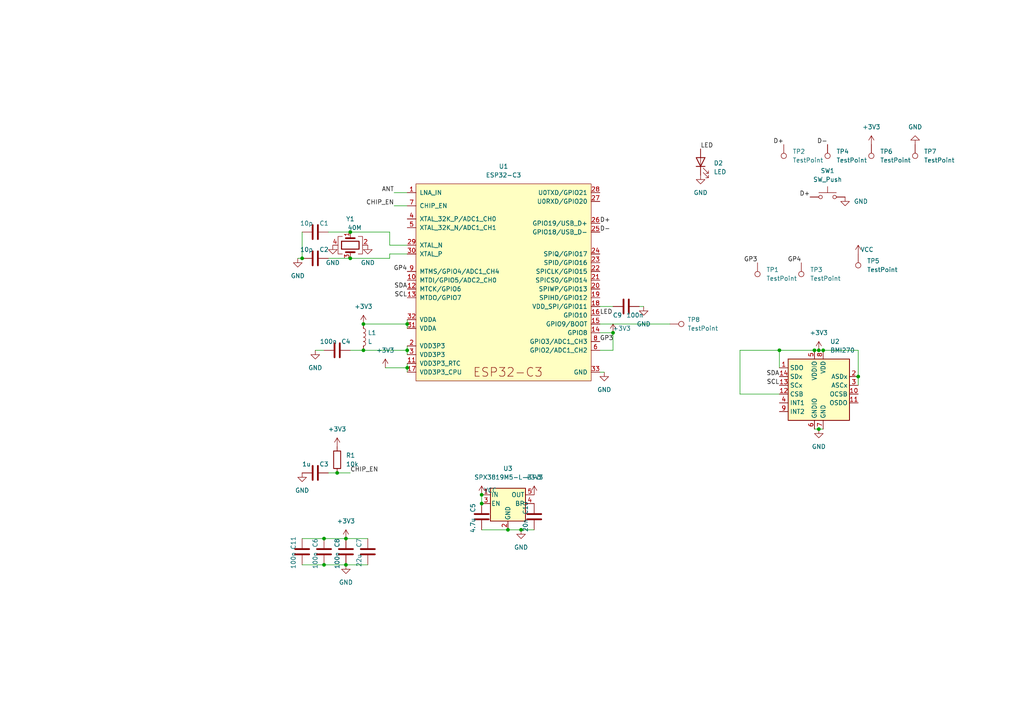
<source format=kicad_sch>
(kicad_sch (version 20211123) (generator eeschema)
  (paper "A4")
  (lib_symbols
    (symbol "Connector:TestPoint" (pin_numbers hide) (pin_names (offset 0.762) hide)
      (property "Reference" "TP" (at 0 6.858 0))
      (property "Value" "TestPoint" (at 0 5.08 0))
      (symbol "TestPoint_0_1"
        (circle (center 0 3.302) (radius 0.762))
      )
      (symbol "TestPoint_1_1"
        (pin passive line (at 0 0 90) (length 2.54) (name "1") (number "1"))
      )
    )
    (symbol "Device:C" (pin_numbers hide) (pin_names (offset 0.254))
      (property "Reference" "C" (at 0.635 2.54 0))
      (property "Value" "C" (at 0.635 -2.54 0))
      (symbol "C_0_1"
        (polyline (pts (xy -2.032 -0.762) (xy 2.032 -0.762)) (stroke (width 0.508)))
        (polyline (pts (xy -2.032 0.762) (xy 2.032 0.762)) (stroke (width 0.508)))
      )
      (symbol "C_1_1"
        (pin passive line (at 0 3.81 270) (length 2.794) (name "~") (number "1"))
        (pin passive line (at 0 -3.81 90) (length 2.794) (name "~") (number "2"))
      )
    )
    (symbol "Device:Crystal_GND24" (pin_names (offset 1.016) hide)
      (property "Reference" "Y" (at 3.175 5.08 0))
      (property "Value" "Crystal_GND24" (at 3.175 3.175 0))
      (symbol "Crystal_GND24_0_1"
        (rectangle (start -1.143 2.54) (end 1.143 -2.54) (stroke (width 0.3048)))
        (polyline (pts (xy -2.54 0) (xy -2.032 0)))
        (polyline (pts (xy -2.032 -1.27) (xy -2.032 1.27)) (stroke (width 0.508)))
        (polyline (pts (xy 0 -3.81) (xy 0 -3.556)))
        (polyline (pts (xy 0 3.556) (xy 0 3.81)))
        (polyline (pts (xy 2.032 -1.27) (xy 2.032 1.27)) (stroke (width 0.508)))
        (polyline (pts (xy 2.032 0) (xy 2.54 0)))
        (polyline (pts (xy -2.54 -2.286) (xy -2.54 -3.556) (xy 2.54 -3.556) (xy 2.54 -2.286)))
        (polyline (pts (xy -2.54 2.286) (xy -2.54 3.556) (xy 2.54 3.556) (xy 2.54 2.286)))
      )
      (symbol "Crystal_GND24_1_1"
        (pin passive line (at -3.81 0 0) (length 1.27) (name "1") (number "1"))
        (pin passive line (at 0 5.08 270) (length 1.27) (name "2") (number "2"))
        (pin passive line (at 3.81 0 180) (length 1.27) (name "3") (number "3"))
        (pin passive line (at 0 -5.08 90) (length 1.27) (name "4") (number "4"))
      )
    )
    (symbol "Device:L" (pin_numbers hide) (pin_names (offset 1.016) hide)
      (property "Reference" "L" (at -1.27 0 90))
      (property "Value" "L" (at 1.905 0 90))
      (symbol "L_0_1"
        (arc (start 0 -2.54) (mid 0.635 -1.905) (end 0 -1.27))
        (arc (start 0 -1.27) (mid 0.635 -0.635) (end 0 0))
        (arc (start 0 0) (mid 0.635 0.635) (end 0 1.27))
        (arc (start 0 1.27) (mid 0.635 1.905) (end 0 2.54))
      )
      (symbol "L_1_1"
        (pin passive line (at 0 3.81 270) (length 1.27) (name "1") (number "1"))
        (pin passive line (at 0 -3.81 90) (length 1.27) (name "2") (number "2"))
      )
    )
    (symbol "Device:LED" (pin_numbers hide) (pin_names (offset 1.016) hide)
      (property "Reference" "D" (at 0 2.54 0))
      (property "Value" "LED" (at 0 -2.54 0))
      (symbol "LED_0_1"
        (polyline (pts (xy -1.27 -1.27) (xy -1.27 1.27)) (stroke (width 0.254)))
        (polyline (pts (xy -1.27 0) (xy 1.27 0)))
        (polyline (pts (xy 1.27 -1.27) (xy 1.27 1.27) (xy -1.27 0) (xy 1.27 -1.27)) (stroke (width 0.254)))
        (polyline (pts (xy -3.048 -0.762) (xy -4.572 -2.286) (xy -3.81 -2.286) (xy -4.572 -2.286) (xy -4.572 -1.524)))
        (polyline (pts (xy -1.778 -0.762) (xy -3.302 -2.286) (xy -2.54 -2.286) (xy -3.302 -2.286) (xy -3.302 -1.524)))
      )
      (symbol "LED_1_1"
        (pin passive line (at -3.81 0 0) (length 2.54) (name "K") (number "1"))
        (pin passive line (at 3.81 0 180) (length 2.54) (name "A") (number "2"))
      )
    )
    (symbol "Device:R" (pin_numbers hide) (pin_names (offset 0))
      (property "Reference" "R" (at 2.032 0 90))
      (property "Value" "R" (at 0 0 90))
      (symbol "R_0_1"
        (rectangle (start -1.016 -2.54) (end 1.016 2.54) (stroke (width 0.254)))
      )
      (symbol "R_1_1"
        (pin passive line (at 0 3.81 270) (length 1.27) (name "~") (number "1"))
        (pin passive line (at 0 -3.81 90) (length 1.27) (name "~") (number "2"))
      )
    )
    (symbol "Regulator_Linear:SPX3819M5-L-3-3" (pin_names (offset 0.254))
      (property "Reference" "U" (at -3.81 5.715 0))
      (property "Value" "SPX3819M5-L-3-3" (at 0 5.715 0))
      (symbol "SPX3819M5-L-3-3_0_1"
        (rectangle (start -5.08 4.445) (end 5.08 -5.08) (stroke (width 0.254)) (fill (type background)))
      )
      (symbol "SPX3819M5-L-3-3_1_1"
        (pin power_in line (at -7.62 2.54 0) (length 2.54) (name "IN") (number "1"))
        (pin power_in line (at 0 -7.62 90) (length 2.54) (name "GND") (number "2"))
        (pin input line (at -7.62 0 0) (length 2.54) (name "EN") (number "3"))
        (pin input line (at 7.62 0 180) (length 2.54) (name "BP") (number "4"))
        (pin power_out line (at 7.62 2.54 180) (length 2.54) (name "OUT") (number "5"))
      )
    )
    (symbol "Sensor_Motion:BMI160"
      (property "Reference" "U" (at -10.16 8.89 0))
      (property "Value" "BMI160" (at 7.62 8.89 0))
      (symbol "BMI160_1_1"
        (rectangle (start -10.16 7.62) (end 7.62 -10.16) (stroke (width 0.254)) (fill (type background)))
        (pin bidirectional line (at -12.7 5.08 0) (length 2.54) (name "SDO") (number "1"))
        (pin bidirectional line (at 10.16 -2.54 180) (length 2.54) (name "OCSB") (number "10"))
        (pin bidirectional line (at 10.16 -5.08 180) (length 2.54) (name "OSDO") (number "11"))
        (pin input line (at -12.7 -2.54 0) (length 2.54) (name "CSB") (number "12"))
        (pin input line (at -12.7 0 0) (length 2.54) (name "SCx") (number "13"))
        (pin bidirectional line (at -12.7 2.54 0) (length 2.54) (name "SDx") (number "14"))
        (pin bidirectional line (at 10.16 2.54 180) (length 2.54) (name "ASDx") (number "2"))
        (pin output line (at 10.16 0 180) (length 2.54) (name "ASCx") (number "3"))
        (pin bidirectional line (at -12.7 -5.08 0) (length 2.54) (name "INT1") (number "4"))
        (pin power_in line (at -2.54 10.16 270) (length 2.54) (name "VDDIO") (number "5"))
        (pin power_in line (at -2.54 -12.7 90) (length 2.54) (name "GNDIO") (number "6"))
        (pin power_in line (at 0 -12.7 90) (length 2.54) (name "GND") (number "7"))
        (pin power_in line (at 0 10.16 270) (length 2.54) (name "VDD") (number "8"))
        (pin bidirectional line (at -12.7 -7.62 0) (length 2.54) (name "INT2") (number "9"))
      )
    )
    (symbol "Switch:SW_Push" (pin_numbers hide) (pin_names (offset 1.016) hide)
      (property "Reference" "SW" (at 1.27 2.54 0))
      (property "Value" "SW_Push" (at 0 -1.524 0))
      (symbol "SW_Push_0_1"
        (circle (center -2.032 0) (radius 0.508))
        (polyline (pts (xy 0 1.27) (xy 0 3.048)))
        (polyline (pts (xy 2.54 1.27) (xy -2.54 1.27)))
        (circle (center 2.032 0) (radius 0.508))
        (pin passive line (at -5.08 0 0) (length 2.54) (name "1") (number "1"))
        (pin passive line (at 5.08 0 180) (length 2.54) (name "2") (number "2"))
      )
    )
    (symbol "espressif:ESP32-C3" (pin_names (offset 1.016))
      (property "Reference" "U" (at 0 31.75 0))
      (property "Value" "ESP32-C3" (at 0 -27.94 0))
      (symbol "ESP32-C3_0_0"
        (text "ESP32-C3" (at 1.27 -24.13 0) (effects (font (size 2.54 2.54))))
        (pin bidirectional line (at -27.94 27.94 0) (length 2.54) (name "LNA_IN") (number "1"))
        (pin bidirectional line (at -27.94 2.54 0) (length 2.54) (name "MTDI/GPIO5/ADC2_CH0") (number "10"))
        (pin power_in line (at -27.94 -21.59 0) (length 2.54) (name "VDD3P3_RTC") (number "11"))
        (pin bidirectional line (at -27.94 0 0) (length 2.54) (name "MTCK/GPIO6") (number "12"))
        (pin bidirectional line (at -27.94 -2.54 0) (length 2.54) (name "MTDO/GPIO7") (number "13"))
        (pin bidirectional line (at 27.94 -12.7 180) (length 2.54) (name "GPIO8") (number "14"))
        (pin bidirectional line (at 27.94 -10.16 180) (length 2.54) (name "GPIO9/BOOT") (number "15"))
        (pin bidirectional line (at 27.94 -7.62 180) (length 2.54) (name "GPIO10") (number "16"))
        (pin power_in line (at -27.94 -24.13 0) (length 2.54) (name "VDD3P3_CPU") (number "17"))
        (pin bidirectional line (at 27.94 -5.08 180) (length 2.54) (name "VDD_SPI/GPIO11") (number "18"))
        (pin bidirectional line (at 27.94 -2.54 180) (length 2.54) (name "SPIHD/GPIO12") (number "19"))
        (pin power_in line (at -27.94 -16.51 0) (length 2.54) (name "VDD3P3") (number "2"))
        (pin bidirectional line (at 27.94 0 180) (length 2.54) (name "SPIWP/GPIO13") (number "20"))
        (pin bidirectional line (at 27.94 2.54 180) (length 2.54) (name "SPICS0/GPIO14") (number "21"))
        (pin bidirectional line (at 27.94 5.08 180) (length 2.54) (name "SPICLK/GPIO15") (number "22"))
        (pin bidirectional line (at 27.94 7.62 180) (length 2.54) (name "SPID/GPIO16") (number "23"))
        (pin bidirectional line (at 27.94 10.16 180) (length 2.54) (name "SPIQ/GPIO17") (number "24"))
        (pin bidirectional line (at 27.94 16.51 180) (length 2.54) (name "GPIO18/USB_D-") (number "25"))
        (pin bidirectional line (at 27.94 19.05 180) (length 2.54) (name "GPIO19/USB_D+") (number "26"))
        (pin bidirectional line (at 27.94 25.4 180) (length 2.54) (name "U0RXD/GPIO20") (number "27"))
        (pin bidirectional line (at 27.94 27.94 180) (length 2.54) (name "U0TXD/GPIO21") (number "28"))
        (pin output line (at -27.94 12.7 0) (length 2.54) (name "XTAL_N") (number "29"))
        (pin power_in line (at -27.94 -19.05 0) (length 2.54) (name "VDD3P3") (number "3"))
        (pin input line (at -27.94 10.16 0) (length 2.54) (name "XTAL_P") (number "30"))
        (pin power_in line (at -27.94 -11.43 0) (length 2.54) (name "VDDA") (number "31"))
        (pin power_in line (at -27.94 -8.89 0) (length 2.54) (name "VDDA") (number "32"))
        (pin power_in line (at 27.94 -24.13 180) (length 2.54) (name "GND") (number "33"))
        (pin output line (at -27.94 20.32 0) (length 2.54) (name "XTAL_32K_P/ADC1_CH0") (number "4"))
        (pin input line (at -27.94 17.78 0) (length 2.54) (name "XTAL_32K_N/ADC1_CH1") (number "5"))
        (pin bidirectional line (at 27.94 -17.78 180) (length 2.54) (name "GPIO2/ADC1_CH2") (number "6"))
        (pin input line (at -27.94 24.13 0) (length 2.54) (name "CHIP_EN") (number "7"))
        (pin bidirectional line (at 27.94 -15.24 180) (length 2.54) (name "GPIO3/ADC1_CH3") (number "8"))
        (pin bidirectional line (at -27.94 5.08 0) (length 2.54) (name "MTMS/GPIO4/ADC1_CH4") (number "9"))
      )
      (symbol "ESP32-C3_0_1"
        (rectangle (start -25.4 30.48) (end 25.4 -26.67) (fill (type background)))
      )
    )
    (symbol "power:+3V3" (power) (pin_names (offset 0))
      (property "Value" "+3V3" (at 0 3.556 0))
      (symbol "+3V3_0_1"
        (polyline (pts (xy -0.762 1.27) (xy 0 2.54)))
        (polyline (pts (xy 0 0) (xy 0 2.54)))
        (polyline (pts (xy 0 2.54) (xy 0.762 1.27)))
      )
      (symbol "+3V3_1_1"
        (pin power_in line (at 0 0 90) (length 0) hide (name "+3V3") (number "1"))
      )
    )
    (symbol "power:GND" (power) (pin_names (offset 0))
      (property "Value" "GND" (at 0 -3.81 0))
      (symbol "GND_0_1"
        (polyline (pts (xy 0 0) (xy 0 -1.27) (xy 1.27 -1.27) (xy 0 -2.54) (xy -1.27 -1.27) (xy 0 -1.27)))
      )
      (symbol "GND_1_1"
        (pin power_in line (at 0 0 270) (length 0) hide (name "GND") (number "1"))
      )
    )
    (symbol "power:VCC" (power) (pin_names (offset 0))
      (property "Value" "VCC" (at 0 3.81 0))
      (symbol "VCC_0_1"
        (polyline (pts (xy -0.762 1.27) (xy 0 2.54)))
        (polyline (pts (xy 0 0) (xy 0 2.54)))
        (polyline (pts (xy 0 2.54) (xy 0.762 1.27)))
      )
      (symbol "VCC_1_1"
        (pin power_in line (at 0 0 90) (length 0) hide (name "VCC") (number "1"))
      )
    )
  )
  (junction (at 151.13 153.67))
  (junction (at 237.49 124.46))
  (junction (at 147.32 153.67))
  (junction (at 101.6 74.93))
  (junction (at 139.7 146.05))
  (junction (at 105.41 101.6))
  (junction (at 105.41 93.98))
  (junction (at 236.22 101.6))
  (junction (at 118.11 106.68))
  (junction (at 237.49 101.6))
  (junction (at 118.11 93.98))
  (junction (at 139.7 143.51))
  (junction (at 87.63 74.93))
  (junction (at 118.11 101.6))
  (junction (at 177.8 96.52))
  (junction (at 93.98 163.83))
  (junction (at 100.33 163.83))
  (junction (at 97.79 137.16))
  (junction (at 238.76 101.6))
  (junction (at 100.33 156.21))
  (junction (at 93.98 156.21))
  (junction (at 248.92 109.22))
  (junction (at 226.06 101.6))
  (junction (at 101.6 67.31))
  (wire (pts (xy 111.76 106.68) (xy 118.11 106.68)))
  (wire (pts (xy 114.3 59.69) (xy 118.11 59.69)))
  (wire (pts (xy 100.33 163.83) (xy 106.68 163.83)))
  (wire (pts (xy 214.63 114.3) (xy 214.63 101.6)))
  (wire (pts (xy 87.63 163.83) (xy 93.98 163.83)))
  (wire (pts (xy 173.99 93.98) (xy 194.31 93.98)))
  (wire (pts (xy 100.33 156.21) (xy 106.68 156.21)))
  (wire (pts (xy 114.3 55.88) (xy 118.11 55.88)))
  (wire (pts (xy 113.03 73.66) (xy 113.03 74.93)))
  (wire (pts (xy 248.92 109.22) (xy 248.92 101.6)))
  (wire (pts (xy 139.7 143.51) (xy 139.7 146.05)))
  (wire (pts (xy 177.8 101.6) (xy 177.8 96.52)))
  (wire (pts (xy 236.22 124.46) (xy 237.49 124.46)))
  (wire (pts (xy 95.25 137.16) (xy 97.79 137.16)))
  (wire (pts (xy 95.25 67.31) (xy 101.6 67.31)))
  (wire (pts (xy 248.92 101.6) (xy 238.76 101.6)))
  (wire (pts (xy 87.63 67.31) (xy 87.63 74.93)))
  (wire (pts (xy 226.06 114.3) (xy 214.63 114.3)))
  (wire (pts (xy 101.6 67.31) (xy 113.03 67.31)))
  (wire (pts (xy 173.99 96.52) (xy 177.8 96.52)))
  (wire (pts (xy 173.99 88.9) (xy 177.8 88.9)))
  (wire (pts (xy 139.7 153.67) (xy 147.32 153.67)))
  (wire (pts (xy 87.63 156.21) (xy 93.98 156.21)))
  (wire (pts (xy 248.92 109.22) (xy 248.92 111.76)))
  (wire (pts (xy 118.11 93.98) (xy 118.11 95.25)))
  (wire (pts (xy 237.49 124.46) (xy 238.76 124.46)))
  (wire (pts (xy 101.6 101.6) (xy 105.41 101.6)))
  (wire (pts (xy 118.11 73.66) (xy 113.03 73.66)))
  (wire (pts (xy 93.98 156.21) (xy 100.33 156.21)))
  (wire (pts (xy 113.03 71.12) (xy 113.03 67.31)))
  (wire (pts (xy 91.44 101.6) (xy 93.98 101.6)))
  (wire (pts (xy 226.06 106.68) (xy 226.06 101.6)))
  (wire (pts (xy 105.41 93.98) (xy 118.11 93.98)))
  (wire (pts (xy 118.11 100.33) (xy 118.11 101.6)))
  (wire (pts (xy 237.49 101.6) (xy 238.76 101.6)))
  (wire (pts (xy 105.41 101.6) (xy 118.11 101.6)))
  (wire (pts (xy 226.06 101.6) (xy 236.22 101.6)))
  (wire (pts (xy 86.36 74.93) (xy 87.63 74.93)))
  (wire (pts (xy 97.79 137.16) (xy 101.6 137.16)))
  (wire (pts (xy 118.11 92.71) (xy 118.11 93.98)))
  (wire (pts (xy 214.63 101.6) (xy 226.06 101.6)))
  (wire (pts (xy 118.11 71.12) (xy 113.03 71.12)))
  (wire (pts (xy 185.42 88.9) (xy 186.69 88.9)))
  (wire (pts (xy 236.22 101.6) (xy 237.49 101.6)))
  (wire (pts (xy 175.26 107.95) (xy 173.99 107.95)))
  (wire (pts (xy 118.11 106.68) (xy 118.11 107.95)))
  (wire (pts (xy 101.6 74.93) (xy 113.03 74.93)))
  (wire (pts (xy 118.11 105.41) (xy 118.11 106.68)))
  (wire (pts (xy 173.99 101.6) (xy 177.8 101.6)))
  (wire (pts (xy 93.98 163.83) (xy 100.33 163.83)))
  (wire (pts (xy 151.13 153.67) (xy 154.94 153.67)))
  (wire (pts (xy 147.32 153.67) (xy 151.13 153.67)))
  (wire (pts (xy 118.11 101.6) (xy 118.11 102.87)))
  (wire (pts (xy 95.25 74.93) (xy 101.6 74.93)))
  (label "D+" (at 173.99 64.77 0))
  (label "SDA" (at 226.06 109.22 180))
  (label "D-" (at 240.03 41.91 180))
  (label "SCL" (at 118.11 86.36 180))
  (label "LED" (at 203.2 43.18 0))
  (label "D-" (at 173.99 67.31 0))
  (label "GP4" (at 118.11 78.74 180))
  (label "D+" (at 227.33 41.91 180))
  (label "SDA" (at 118.11 83.82 180))
  (label "CHIP_EN" (at 101.6 137.16 0))
  (label "D+" (at 234.95 57.15 180))
  (label "GP4" (at 232.41 76.2 180))
  (label "GP3" (at 173.99 99.06 0))
  (label "CHIP_EN" (at 114.3 59.69 180))
  (label "ANT" (at 114.3 55.88 180))
  (label "SCL" (at 226.06 111.76 180))
  (label "LED" (at 173.99 91.44 0))
  (label "GP3" (at 219.71 76.2 180))
  (symbol (lib_id "power:GND") (at 186.69 88.9 0) (unit 1)
    (property "Reference" "#PWR0116" (effects hide))
    (property "Value" "GND" (at 186.69 93.98 0))
  )
  (symbol (lib_id "Connector:TestPoint") (at 240.03 41.91 180) (unit 1)
    (property "Reference" "TP4" (at 242.57 43.9419 0) (effects (justify right)))
    (property "Value" "TestPoint" (at 242.57 46.4819 0) (effects (justify right)))
    (property "Footprint" "TestPoint:TestPoint_Pad_1.0x1.0mm" (effects hide))
  )
  (symbol (lib_id "power:GND") (at 87.63 137.16 0) (unit 1)
    (property "Reference" "#PWR0107" (effects hide))
    (property "Value" "GND" (at 87.63 142.24 0))
  )
  (symbol (lib_id "espressif:ESP32-C3") (at 146.05 83.82 0) (unit 1)
    (property "Reference" "U1" (at 146.05 48.26 0))
    (property "Value" "ESP32-C3" (at 146.05 50.8 0))
    (property "Footprint" "Package_DFN_QFN:QFN-32-1EP_5x5mm_P0.5mm_EP3.45x3.45mm" (effects hide))
    (property "Datasheet" "https://www.espressif.com/sites/default/files/documentation/esp32-c3_datasheet_en.pdf" (effects hide))
  )
  (symbol (lib_id "power:+3V3") (at 237.49 101.6 0) (unit 1)
    (property "Reference" "#PWR0114" (effects hide))
    (property "Value" "+3V3" (at 237.49 96.52 0))
  )
  (symbol (lib_id "Device:R") (at 97.79 133.35 0) (unit 1)
    (property "Reference" "R1" (at 100.33 132.0799 0) (effects (justify left)))
    (property "Value" "10k" (at 100.33 134.6199 0) (effects (justify left)))
    (property "Footprint" "Resistor_SMD:R_0402_1005Metric" (effects hide))
  )
  (symbol (lib_id "power:GND") (at 203.2 50.8 0) (unit 1)
    (property "Reference" "#PWR0123" (effects hide))
    (property "Value" "GND" (at 203.2 55.88 0))
  )
  (symbol (lib_id "Connector:TestPoint") (at 248.92 73.66 180) (unit 1)
    (property "Reference" "TP5" (at 251.46 75.6919 0) (effects (justify right)))
    (property "Value" "TestPoint" (at 251.46 78.2319 0) (effects (justify right)))
    (property "Footprint" "TestPoint:TestPoint_Pad_1.0x1.0mm" (effects hide))
  )
  (symbol (lib_id "Device:C") (at 100.33 160.02 180) (unit 1)
    (property "Reference" "C8" (at 97.79 157.48 90))
    (property "Value" "100n" (at 97.79 162.56 90))
    (property "Footprint" "Capacitor_SMD:C_0402_1005Metric" (effects hide))
  )
  (symbol (lib_id "power:GND") (at 100.33 163.83 0) (unit 1)
    (property "Reference" "#PWR0113" (effects hide))
    (property "Value" "GND" (at 100.33 168.91 0))
  )
  (symbol (lib_id "Device:C") (at 87.63 160.02 180) (unit 1)
    (property "Reference" "C11" (at 85.09 157.48 90))
    (property "Value" "100n" (at 85.09 162.56 90))
    (property "Footprint" "Capacitor_SMD:C_0402_1005Metric" (effects hide))
  )
  (symbol (lib_id "power:GND") (at 106.68 71.12 0) (unit 1)
    (property "Reference" "#PWR0109" (effects hide))
    (property "Value" "GND" (at 106.68 76.2 0))
  )
  (symbol (lib_id "power:+3V3") (at 177.8 96.52 0) (unit 1)
    (property "Reference" "#PWR0117" (effects hide))
    (property "Value" "+3V3" (at 180.34 95.25 0))
  )
  (symbol (lib_id "power:+3V3") (at 111.76 106.68 0) (unit 1)
    (property "Reference" "#PWR0104" (effects hide))
    (property "Value" "+3V3" (at 111.76 101.6 0))
  )
  (symbol (lib_id "Connector:TestPoint") (at 194.31 93.98 270) (unit 1)
    (property "Reference" "TP8" (at 199.39 92.7099 90) (effects (justify left)))
    (property "Value" "TestPoint" (at 199.39 95.2499 90) (effects (justify left)))
    (property "Footprint" "TestPoint:TestPoint_Pad_1.0x1.0mm" (effects hide))
  )
  (symbol (lib_id "Device:LED") (at 203.2 46.99 90) (unit 1)
    (property "Reference" "D2" (at 207.01 47.3074 90) (effects (justify right)))
    (property "Value" "LED" (at 207.01 49.8474 90) (effects (justify right)))
    (property "Footprint" "LED_SMD:LED_0603_1608Metric" (effects hide))
  )
  (symbol (lib_id "Device:C") (at 106.68 160.02 180) (unit 1)
    (property "Reference" "C7" (at 104.14 157.48 90))
    (property "Value" "22u" (at 104.14 162.56 90))
    (property "Footprint" "Capacitor_SMD:C_0603_1608Metric" (effects hide))
  )
  (symbol (lib_id "power:GND") (at 151.13 153.67 0) (unit 1)
    (property "Reference" "#PWR0118" (effects hide))
    (property "Value" "GND" (at 151.13 158.75 0))
  )
  (symbol (lib_id "power:+3V3") (at 100.33 156.21 0) (unit 1)
    (property "Reference" "#PWR0112" (effects hide))
    (property "Value" "+3V3" (at 100.33 151.13 0))
  )
  (symbol (lib_id "power:+3V3") (at 154.94 143.51 0) (unit 1)
    (property "Reference" "#PWR0120" (effects hide))
    (property "Value" "+3V3" (at 154.94 138.43 0))
  )
  (symbol (lib_id "Sensor_Motion:BMI160") (at 238.76 111.76 0) (unit 1)
    (property "Reference" "U2" (at 240.7794 99.06 0) (effects (justify left)))
    (property "Value" "BMI270" (at 240.7794 101.6 0) (effects (justify left)))
    (property "Footprint" "Package_LGA:Bosch_LGA-14_3x2.5mm_P0.5mm" (effects hide))
    (property "Datasheet" "https://ae-bst.resource.bosch.com/media/_tech/media/datasheets/BST-BMI160-DS000.pdf" (effects hide))
  )
  (symbol (lib_id "Connector:TestPoint") (at 227.33 41.91 180) (unit 1)
    (property "Reference" "TP2" (at 229.87 43.9419 0) (effects (justify right)))
    (property "Value" "TestPoint" (at 229.87 46.4819 0) (effects (justify right)))
    (property "Footprint" "TestPoint:TestPoint_Pad_1.0x1.0mm" (effects hide))
  )
  (symbol (lib_id "power:GND") (at 245.11 57.15 0) (unit 1)
    (property "Reference" "#PWR0126" (effects hide))
    (property "Value" "GND" (at 247.65 58.4199 0) (effects (justify left)))
  )
  (symbol (lib_id "Device:Crystal_GND24") (at 101.6 71.12 270) (unit 1)
    (property "Reference" "Y1" (at 101.6 63.5 90))
    (property "Value" "40M" (at 102.87 66.04 90))
    (property "Footprint" "Crystal:Crystal_SMD_3225-4Pin_3.2x2.5mm" (effects hide))
  )
  (symbol (lib_id "Device:C") (at 93.98 160.02 180) (unit 1)
    (property "Reference" "C6" (at 91.44 157.48 90))
    (property "Value" "100n" (at 91.44 162.56 90))
    (property "Footprint" "Capacitor_SMD:C_0402_1005Metric" (effects hide))
  )
  (symbol (lib_id "power:GND") (at 175.26 107.95 0) (unit 1)
    (property "Reference" "#PWR0105" (effects hide))
    (property "Value" "GND" (at 175.26 113.03 0))
  )
  (symbol (lib_id "power:+3V3") (at 252.73 41.91 0) (unit 1)
    (property "Reference" "#PWR0110" (effects hide))
    (property "Value" "+3V3" (at 252.73 36.83 0))
  )
  (symbol (lib_id "power:GND") (at 86.36 74.93 0) (unit 1)
    (property "Reference" "#PWR0101" (effects hide))
    (property "Value" "GND" (at 86.36 80.01 0))
  )
  (symbol (lib_id "Connector:TestPoint") (at 219.71 76.2 180) (unit 1)
    (property "Reference" "TP1" (at 222.25 78.2319 0) (effects (justify right)))
    (property "Value" "TestPoint" (at 222.25 80.7719 0) (effects (justify right)))
    (property "Footprint" "TestPoint:TestPoint_Pad_1.0x1.0mm" (effects hide))
  )
  (symbol (lib_id "power:VCC") (at 248.92 73.66 0) (unit 1)
    (property "Reference" "#PWR0124" (effects hide))
    (property "Value" "VCC" (at 251.46 72.39 0))
  )
  (symbol (lib_id "Device:C") (at 97.79 101.6 90) (unit 1)
    (property "Reference" "C4" (at 100.33 99.06 90))
    (property "Value" "100n" (at 95.25 99.06 90))
    (property "Footprint" "Capacitor_SMD:C_0402_1005Metric" (effects hide))
  )
  (symbol (lib_id "Device:C") (at 91.44 74.93 90) (unit 1)
    (property "Reference" "C2" (at 93.98 72.39 90))
    (property "Value" "10p" (at 88.9 72.39 90))
    (property "Footprint" "Capacitor_SMD:C_0402_1005Metric" (effects hide))
  )
  (symbol (lib_id "Connector:TestPoint") (at 252.73 41.91 180) (unit 1)
    (property "Reference" "TP6" (at 255.27 43.9419 0) (effects (justify right)))
    (property "Value" "TestPoint" (at 255.27 46.4819 0) (effects (justify right)))
    (property "Footprint" "TestPoint:TestPoint_Pad_1.0x1.0mm" (effects hide))
  )
  (symbol (lib_id "power:+3V3") (at 97.79 129.54 0) (unit 1)
    (property "Reference" "#PWR0106" (effects hide))
    (property "Value" "+3V3" (at 97.79 124.46 0))
  )
  (symbol (lib_id "Device:C") (at 91.44 67.31 90) (unit 1)
    (property "Reference" "C1" (at 93.98 64.77 90))
    (property "Value" "10p" (at 88.9 64.77 90))
    (property "Footprint" "Capacitor_SMD:C_0402_1005Metric" (effects hide))
  )
  (symbol (lib_id "Device:C") (at 181.61 88.9 270) (unit 1)
    (property "Reference" "C9" (at 179.07 91.44 90))
    (property "Value" "100n" (at 184.15 91.44 90))
    (property "Footprint" "Capacitor_SMD:C_0402_1005Metric" (effects hide))
  )
  (symbol (lib_id "power:GND") (at 96.52 71.12 0) (unit 1)
    (property "Reference" "#PWR0108" (effects hide))
    (property "Value" "GND" (at 96.52 76.2 0))
  )
  (symbol (lib_id "Device:C") (at 91.44 137.16 90) (unit 1)
    (property "Reference" "C3" (at 93.98 134.62 90))
    (property "Value" "1u" (at 88.9 134.62 90))
    (property "Footprint" "Capacitor_SMD:C_0402_1005Metric" (effects hide))
  )
  (symbol (lib_id "power:GND") (at 91.44 101.6 0) (unit 1)
    (property "Reference" "#PWR0103" (effects hide))
    (property "Value" "GND" (at 91.44 106.68 0))
  )
  (symbol (lib_id "power:+3V3") (at 105.41 93.98 0) (unit 1)
    (property "Reference" "#PWR0102" (effects hide))
    (property "Value" "+3V3" (at 105.41 88.9 0))
  )
  (symbol (lib_id "power:GND") (at 237.49 124.46 0) (unit 1)
    (property "Reference" "#PWR0115" (effects hide))
    (property "Value" "GND" (at 237.49 129.54 0))
  )
  (symbol (lib_id "Device:C") (at 154.94 149.86 180) (unit 1)
    (property "Reference" "C10" (at 152.4 147.32 90))
    (property "Value" "20n" (at 152.4 152.4 90))
    (property "Footprint" "Capacitor_SMD:C_0402_1005Metric" (effects hide))
  )
  (symbol (lib_id "Device:C") (at 139.7 149.86 180) (unit 1)
    (property "Reference" "C5" (at 137.16 147.32 90))
    (property "Value" "4.7u" (at 137.16 152.4 90))
    (property "Footprint" "Capacitor_SMD:C_0603_1608Metric" (effects hide))
  )
  (symbol (lib_id "Connector:TestPoint") (at 265.43 41.91 180) (unit 1)
    (property "Reference" "TP7" (at 267.97 43.9419 0) (effects (justify right)))
    (property "Value" "TestPoint" (at 267.97 46.4819 0) (effects (justify right)))
    (property "Footprint" "TestPoint:TestPoint_Pad_1.0x1.0mm" (effects hide))
  )
  (symbol (lib_id "Switch:SW_Push") (at 240.03 57.15 0) (unit 1)
    (property "Reference" "SW1" (at 240.03 49.53 0))
    (property "Value" "SW_Push" (at 240.03 52.07 0))
    (property "Footprint" "Button_Switch_SMD:SW_SPST_PTS810" (effects hide))
  )
  (symbol (lib_id "Regulator_Linear:SPX3819M5-L-3-3") (at 147.32 146.05 0) (unit 1)
    (property "Reference" "U3" (at 147.32 135.89 0))
    (property "Value" "SPX3819M5-L-3-3" (at 147.32 138.43 0))
    (property "Footprint" "Package_TO_SOT_SMD:SOT-23-5" (effects hide))
    (property "Datasheet" "https://www.exar.com/content/document.ashx?id=22106&languageid=1033&type=Datasheet&partnumber=SPX3819&filename=SPX3819.pdf&part=SPX3819" (effects hide))
  )
  (symbol (lib_id "power:VCC") (at 139.7 143.51 0) (unit 1)
    (property "Reference" "#PWR0119" (effects hide))
    (property "Value" "VCC" (at 142.24 142.24 0))
  )
  (symbol (lib_id "Device:L") (at 105.41 97.79 0) (unit 1)
    (property "Reference" "L1" (at 106.68 96.5199 0) (effects (justify left)))
    (property "Value" "L" (at 106.68 99.0599 0) (effects (justify left)))
    (property "Footprint" "Inductor_SMD:L_0402_1005Metric" (effects hide))
  )
  (symbol (lib_id "power:GND") (at 265.43 41.91 180) (unit 1)
    (property "Reference" "#PWR0111" (effects hide))
    (property "Value" "GND" (at 265.43 36.83 0))
  )
  (symbol (lib_id "Connector:TestPoint") (at 232.41 76.2 180) (unit 1)
    (property "Reference" "TP3" (at 234.95 78.2319 0) (effects (justify right)))
    (property "Value" "TestPoint" (at 234.95 80.7719 0) (effects (justify right)))
    (property "Footprint" "TestPoint:TestPoint_Pad_1.0x1.0mm" (effects hide))
  )
)
</source>
